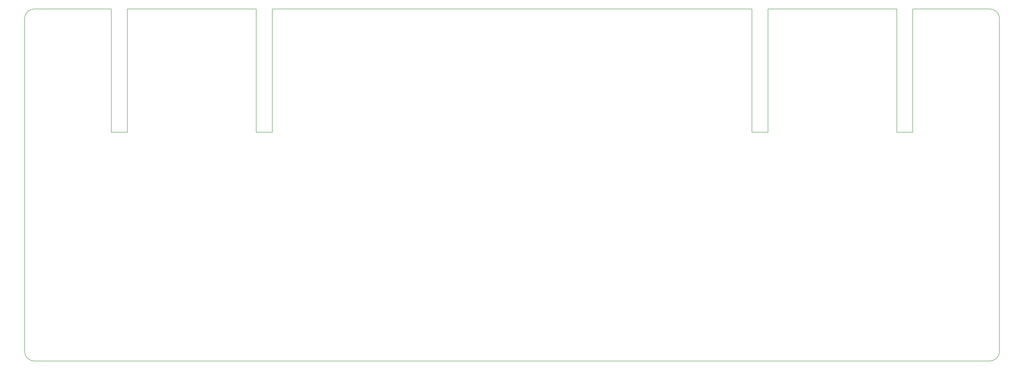
<source format=gm1>
%TF.GenerationSoftware,KiCad,Pcbnew,(6.0.0)*%
%TF.CreationDate,2022-03-05T22:59:03-05:00*%
%TF.ProjectId,custom_keyboard plate v3 bottom,63757374-6f6d-45f6-9b65-79626f617264,rev?*%
%TF.SameCoordinates,Original*%
%TF.FileFunction,Profile,NP*%
%FSLAX46Y46*%
G04 Gerber Fmt 4.6, Leading zero omitted, Abs format (unit mm)*
G04 Created by KiCad (PCBNEW (6.0.0)) date 2022-03-05 22:59:03*
%MOMM*%
%LPD*%
G01*
G04 APERTURE LIST*
%TA.AperFunction,Profile*%
%ADD10C,0.200000*%
%TD*%
G04 APERTURE END LIST*
D10*
X367124200Y-72226700D02*
X367124200Y-122226700D01*
X404787000Y-215092700D02*
G75*
G03*
X408755500Y-211124200I-1J3968501D01*
G01*
X17461400Y-72226700D02*
G75*
G03*
X13492900Y-76195200I1J-3968501D01*
G01*
X113874200Y-72226700D02*
X308374200Y-72226700D01*
X367124200Y-122226700D02*
X373624200Y-122226700D01*
X314874200Y-72226700D02*
X314874200Y-122226700D01*
X48624200Y-72226700D02*
X17461400Y-72226700D01*
X408755500Y-211124200D02*
X408755500Y-76195200D01*
X55124200Y-72226700D02*
X55124200Y-122226700D01*
X113874200Y-122226700D02*
X107374200Y-122226700D01*
X113874200Y-72226700D02*
X113874200Y-122226700D01*
X314874200Y-72226700D02*
X367124200Y-72226700D01*
X55124200Y-72226700D02*
X107374200Y-72226700D01*
X314874200Y-122226700D02*
X308374200Y-122226700D01*
X373624200Y-72226700D02*
X404787000Y-72226700D01*
X13492900Y-211124200D02*
G75*
G03*
X17461400Y-215092700I3968501J1D01*
G01*
X55124200Y-122226700D02*
X48624200Y-122226700D01*
X17461400Y-215092700D02*
X404787000Y-215092700D01*
X107374200Y-122226700D02*
X107374200Y-72226700D01*
X373624200Y-122226700D02*
X373624200Y-72226700D01*
X13492900Y-76195200D02*
X13492900Y-211124200D01*
X408755500Y-76195200D02*
G75*
G03*
X404787000Y-72226700I-3968501J-1D01*
G01*
X48624200Y-122226700D02*
X48624200Y-72226700D01*
X308374200Y-122226700D02*
X308374200Y-72226700D01*
M02*

</source>
